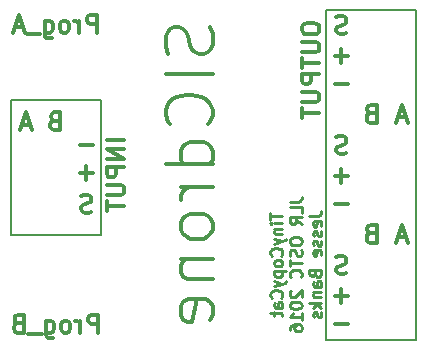
<source format=gbo>
G04 #@! TF.FileFunction,Legend,Bot*
%FSLAX46Y46*%
G04 Gerber Fmt 4.6, Leading zero omitted, Abs format (unit mm)*
G04 Created by KiCad (PCBNEW 4.0.2-stable) date 4/28/2016 9:51:21 AM*
%MOMM*%
G01*
G04 APERTURE LIST*
%ADD10C,0.100000*%
%ADD11C,0.200000*%
%ADD12C,0.300000*%
%ADD13C,0.250000*%
G04 APERTURE END LIST*
D10*
D11*
X107950000Y-106680000D02*
X115570000Y-106680000D01*
X115570000Y-95250000D02*
X107950000Y-95250000D01*
D12*
X124809048Y-89123810D02*
X124999524Y-89695238D01*
X124999524Y-90647619D01*
X124809048Y-91028572D01*
X124618571Y-91219048D01*
X124237619Y-91409524D01*
X123856667Y-91409524D01*
X123475714Y-91219048D01*
X123285238Y-91028572D01*
X123094762Y-90647619D01*
X122904286Y-89885715D01*
X122713810Y-89504762D01*
X122523333Y-89314286D01*
X122142381Y-89123810D01*
X121761429Y-89123810D01*
X121380476Y-89314286D01*
X121190000Y-89504762D01*
X120999524Y-89885715D01*
X120999524Y-90838095D01*
X121190000Y-91409524D01*
X124999524Y-93123810D02*
X120999524Y-93123810D01*
X124618571Y-97314286D02*
X124809048Y-97123810D01*
X124999524Y-96552381D01*
X124999524Y-96171429D01*
X124809048Y-95600001D01*
X124428095Y-95219048D01*
X124047143Y-95028572D01*
X123285238Y-94838096D01*
X122713810Y-94838096D01*
X121951905Y-95028572D01*
X121570952Y-95219048D01*
X121190000Y-95600001D01*
X120999524Y-96171429D01*
X120999524Y-96552381D01*
X121190000Y-97123810D01*
X121380476Y-97314286D01*
X124999524Y-100742858D02*
X120999524Y-100742858D01*
X124809048Y-100742858D02*
X124999524Y-100361905D01*
X124999524Y-99600001D01*
X124809048Y-99219048D01*
X124618571Y-99028572D01*
X124237619Y-98838096D01*
X123094762Y-98838096D01*
X122713810Y-99028572D01*
X122523333Y-99219048D01*
X122332857Y-99600001D01*
X122332857Y-100361905D01*
X122523333Y-100742858D01*
X124999524Y-102647620D02*
X122332857Y-102647620D01*
X123094762Y-102647620D02*
X122713810Y-102838096D01*
X122523333Y-103028572D01*
X122332857Y-103409525D01*
X122332857Y-103790477D01*
X124999524Y-105695239D02*
X124809048Y-105314286D01*
X124618571Y-105123810D01*
X124237619Y-104933334D01*
X123094762Y-104933334D01*
X122713810Y-105123810D01*
X122523333Y-105314286D01*
X122332857Y-105695239D01*
X122332857Y-106266667D01*
X122523333Y-106647619D01*
X122713810Y-106838096D01*
X123094762Y-107028572D01*
X124237619Y-107028572D01*
X124618571Y-106838096D01*
X124809048Y-106647619D01*
X124999524Y-106266667D01*
X124999524Y-105695239D01*
X122332857Y-108742858D02*
X124999524Y-108742858D01*
X122713810Y-108742858D02*
X122523333Y-108933334D01*
X122332857Y-109314287D01*
X122332857Y-109885715D01*
X122523333Y-110266667D01*
X122904286Y-110457144D01*
X124999524Y-110457144D01*
X124809048Y-113885715D02*
X124999524Y-113504763D01*
X124999524Y-112742858D01*
X124809048Y-112361906D01*
X124428095Y-112171430D01*
X122904286Y-112171430D01*
X122523333Y-112361906D01*
X122332857Y-112742858D01*
X122332857Y-113504763D01*
X122523333Y-113885715D01*
X122904286Y-114076192D01*
X123285238Y-114076192D01*
X123666190Y-112171430D01*
D13*
X129882381Y-104839047D02*
X129882381Y-105410476D01*
X130882381Y-105124761D02*
X129882381Y-105124761D01*
X130882381Y-105743809D02*
X130215714Y-105743809D01*
X129882381Y-105743809D02*
X129930000Y-105696190D01*
X129977619Y-105743809D01*
X129930000Y-105791428D01*
X129882381Y-105743809D01*
X129977619Y-105743809D01*
X130215714Y-106219999D02*
X130882381Y-106219999D01*
X130310952Y-106219999D02*
X130263333Y-106267618D01*
X130215714Y-106362856D01*
X130215714Y-106505714D01*
X130263333Y-106600952D01*
X130358571Y-106648571D01*
X130882381Y-106648571D01*
X130215714Y-107029523D02*
X130882381Y-107267618D01*
X130215714Y-107505714D02*
X130882381Y-107267618D01*
X131120476Y-107172380D01*
X131168095Y-107124761D01*
X131215714Y-107029523D01*
X130787143Y-108458095D02*
X130834762Y-108410476D01*
X130882381Y-108267619D01*
X130882381Y-108172381D01*
X130834762Y-108029523D01*
X130739524Y-107934285D01*
X130644286Y-107886666D01*
X130453810Y-107839047D01*
X130310952Y-107839047D01*
X130120476Y-107886666D01*
X130025238Y-107934285D01*
X129930000Y-108029523D01*
X129882381Y-108172381D01*
X129882381Y-108267619D01*
X129930000Y-108410476D01*
X129977619Y-108458095D01*
X130882381Y-109029523D02*
X130834762Y-108934285D01*
X130787143Y-108886666D01*
X130691905Y-108839047D01*
X130406190Y-108839047D01*
X130310952Y-108886666D01*
X130263333Y-108934285D01*
X130215714Y-109029523D01*
X130215714Y-109172381D01*
X130263333Y-109267619D01*
X130310952Y-109315238D01*
X130406190Y-109362857D01*
X130691905Y-109362857D01*
X130787143Y-109315238D01*
X130834762Y-109267619D01*
X130882381Y-109172381D01*
X130882381Y-109029523D01*
X130215714Y-109791428D02*
X131215714Y-109791428D01*
X130263333Y-109791428D02*
X130215714Y-109886666D01*
X130215714Y-110077143D01*
X130263333Y-110172381D01*
X130310952Y-110220000D01*
X130406190Y-110267619D01*
X130691905Y-110267619D01*
X130787143Y-110220000D01*
X130834762Y-110172381D01*
X130882381Y-110077143D01*
X130882381Y-109886666D01*
X130834762Y-109791428D01*
X130215714Y-110600952D02*
X130882381Y-110839047D01*
X130215714Y-111077143D02*
X130882381Y-110839047D01*
X131120476Y-110743809D01*
X131168095Y-110696190D01*
X131215714Y-110600952D01*
X130787143Y-112029524D02*
X130834762Y-111981905D01*
X130882381Y-111839048D01*
X130882381Y-111743810D01*
X130834762Y-111600952D01*
X130739524Y-111505714D01*
X130644286Y-111458095D01*
X130453810Y-111410476D01*
X130310952Y-111410476D01*
X130120476Y-111458095D01*
X130025238Y-111505714D01*
X129930000Y-111600952D01*
X129882381Y-111743810D01*
X129882381Y-111839048D01*
X129930000Y-111981905D01*
X129977619Y-112029524D01*
X130882381Y-112886667D02*
X130358571Y-112886667D01*
X130263333Y-112839048D01*
X130215714Y-112743810D01*
X130215714Y-112553333D01*
X130263333Y-112458095D01*
X130834762Y-112886667D02*
X130882381Y-112791429D01*
X130882381Y-112553333D01*
X130834762Y-112458095D01*
X130739524Y-112410476D01*
X130644286Y-112410476D01*
X130549048Y-112458095D01*
X130501429Y-112553333D01*
X130501429Y-112791429D01*
X130453810Y-112886667D01*
X130215714Y-113220000D02*
X130215714Y-113600952D01*
X129882381Y-113362857D02*
X130739524Y-113362857D01*
X130834762Y-113410476D01*
X130882381Y-113505714D01*
X130882381Y-113600952D01*
X131532381Y-103910476D02*
X132246667Y-103910476D01*
X132389524Y-103862856D01*
X132484762Y-103767618D01*
X132532381Y-103624761D01*
X132532381Y-103529523D01*
X132532381Y-104862857D02*
X132532381Y-104386666D01*
X131532381Y-104386666D01*
X132532381Y-105767619D02*
X132056190Y-105434285D01*
X132532381Y-105196190D02*
X131532381Y-105196190D01*
X131532381Y-105577143D01*
X131580000Y-105672381D01*
X131627619Y-105720000D01*
X131722857Y-105767619D01*
X131865714Y-105767619D01*
X131960952Y-105720000D01*
X132008571Y-105672381D01*
X132056190Y-105577143D01*
X132056190Y-105196190D01*
X131532381Y-107148571D02*
X131532381Y-107339048D01*
X131580000Y-107434286D01*
X131675238Y-107529524D01*
X131865714Y-107577143D01*
X132199048Y-107577143D01*
X132389524Y-107529524D01*
X132484762Y-107434286D01*
X132532381Y-107339048D01*
X132532381Y-107148571D01*
X132484762Y-107053333D01*
X132389524Y-106958095D01*
X132199048Y-106910476D01*
X131865714Y-106910476D01*
X131675238Y-106958095D01*
X131580000Y-107053333D01*
X131532381Y-107148571D01*
X132484762Y-107958095D02*
X132532381Y-108100952D01*
X132532381Y-108339048D01*
X132484762Y-108434286D01*
X132437143Y-108481905D01*
X132341905Y-108529524D01*
X132246667Y-108529524D01*
X132151429Y-108481905D01*
X132103810Y-108434286D01*
X132056190Y-108339048D01*
X132008571Y-108148571D01*
X131960952Y-108053333D01*
X131913333Y-108005714D01*
X131818095Y-107958095D01*
X131722857Y-107958095D01*
X131627619Y-108005714D01*
X131580000Y-108053333D01*
X131532381Y-108148571D01*
X131532381Y-108386667D01*
X131580000Y-108529524D01*
X131532381Y-108815238D02*
X131532381Y-109386667D01*
X132532381Y-109100952D02*
X131532381Y-109100952D01*
X132437143Y-110291429D02*
X132484762Y-110243810D01*
X132532381Y-110100953D01*
X132532381Y-110005715D01*
X132484762Y-109862857D01*
X132389524Y-109767619D01*
X132294286Y-109720000D01*
X132103810Y-109672381D01*
X131960952Y-109672381D01*
X131770476Y-109720000D01*
X131675238Y-109767619D01*
X131580000Y-109862857D01*
X131532381Y-110005715D01*
X131532381Y-110100953D01*
X131580000Y-110243810D01*
X131627619Y-110291429D01*
X131627619Y-111434286D02*
X131580000Y-111481905D01*
X131532381Y-111577143D01*
X131532381Y-111815239D01*
X131580000Y-111910477D01*
X131627619Y-111958096D01*
X131722857Y-112005715D01*
X131818095Y-112005715D01*
X131960952Y-111958096D01*
X132532381Y-111386667D01*
X132532381Y-112005715D01*
X131532381Y-112624762D02*
X131532381Y-112720001D01*
X131580000Y-112815239D01*
X131627619Y-112862858D01*
X131722857Y-112910477D01*
X131913333Y-112958096D01*
X132151429Y-112958096D01*
X132341905Y-112910477D01*
X132437143Y-112862858D01*
X132484762Y-112815239D01*
X132532381Y-112720001D01*
X132532381Y-112624762D01*
X132484762Y-112529524D01*
X132437143Y-112481905D01*
X132341905Y-112434286D01*
X132151429Y-112386667D01*
X131913333Y-112386667D01*
X131722857Y-112434286D01*
X131627619Y-112481905D01*
X131580000Y-112529524D01*
X131532381Y-112624762D01*
X132532381Y-113910477D02*
X132532381Y-113339048D01*
X132532381Y-113624762D02*
X131532381Y-113624762D01*
X131675238Y-113529524D01*
X131770476Y-113434286D01*
X131818095Y-113339048D01*
X131532381Y-114767620D02*
X131532381Y-114577143D01*
X131580000Y-114481905D01*
X131627619Y-114434286D01*
X131770476Y-114339048D01*
X131960952Y-114291429D01*
X132341905Y-114291429D01*
X132437143Y-114339048D01*
X132484762Y-114386667D01*
X132532381Y-114481905D01*
X132532381Y-114672382D01*
X132484762Y-114767620D01*
X132437143Y-114815239D01*
X132341905Y-114862858D01*
X132103810Y-114862858D01*
X132008571Y-114815239D01*
X131960952Y-114767620D01*
X131913333Y-114672382D01*
X131913333Y-114481905D01*
X131960952Y-114386667D01*
X132008571Y-114339048D01*
X132103810Y-114291429D01*
X133182381Y-105100952D02*
X133896667Y-105100952D01*
X134039524Y-105053332D01*
X134134762Y-104958094D01*
X134182381Y-104815237D01*
X134182381Y-104719999D01*
X134134762Y-105958095D02*
X134182381Y-105862857D01*
X134182381Y-105672380D01*
X134134762Y-105577142D01*
X134039524Y-105529523D01*
X133658571Y-105529523D01*
X133563333Y-105577142D01*
X133515714Y-105672380D01*
X133515714Y-105862857D01*
X133563333Y-105958095D01*
X133658571Y-106005714D01*
X133753810Y-106005714D01*
X133849048Y-105529523D01*
X134134762Y-106386666D02*
X134182381Y-106481904D01*
X134182381Y-106672380D01*
X134134762Y-106767619D01*
X134039524Y-106815238D01*
X133991905Y-106815238D01*
X133896667Y-106767619D01*
X133849048Y-106672380D01*
X133849048Y-106529523D01*
X133801429Y-106434285D01*
X133706190Y-106386666D01*
X133658571Y-106386666D01*
X133563333Y-106434285D01*
X133515714Y-106529523D01*
X133515714Y-106672380D01*
X133563333Y-106767619D01*
X134134762Y-107196190D02*
X134182381Y-107291428D01*
X134182381Y-107481904D01*
X134134762Y-107577143D01*
X134039524Y-107624762D01*
X133991905Y-107624762D01*
X133896667Y-107577143D01*
X133849048Y-107481904D01*
X133849048Y-107339047D01*
X133801429Y-107243809D01*
X133706190Y-107196190D01*
X133658571Y-107196190D01*
X133563333Y-107243809D01*
X133515714Y-107339047D01*
X133515714Y-107481904D01*
X133563333Y-107577143D01*
X134134762Y-108434286D02*
X134182381Y-108339048D01*
X134182381Y-108148571D01*
X134134762Y-108053333D01*
X134039524Y-108005714D01*
X133658571Y-108005714D01*
X133563333Y-108053333D01*
X133515714Y-108148571D01*
X133515714Y-108339048D01*
X133563333Y-108434286D01*
X133658571Y-108481905D01*
X133753810Y-108481905D01*
X133849048Y-108005714D01*
X133658571Y-110005715D02*
X133706190Y-110148572D01*
X133753810Y-110196191D01*
X133849048Y-110243810D01*
X133991905Y-110243810D01*
X134087143Y-110196191D01*
X134134762Y-110148572D01*
X134182381Y-110053334D01*
X134182381Y-109672381D01*
X133182381Y-109672381D01*
X133182381Y-110005715D01*
X133230000Y-110100953D01*
X133277619Y-110148572D01*
X133372857Y-110196191D01*
X133468095Y-110196191D01*
X133563333Y-110148572D01*
X133610952Y-110100953D01*
X133658571Y-110005715D01*
X133658571Y-109672381D01*
X134182381Y-111100953D02*
X133658571Y-111100953D01*
X133563333Y-111053334D01*
X133515714Y-110958096D01*
X133515714Y-110767619D01*
X133563333Y-110672381D01*
X134134762Y-111100953D02*
X134182381Y-111005715D01*
X134182381Y-110767619D01*
X134134762Y-110672381D01*
X134039524Y-110624762D01*
X133944286Y-110624762D01*
X133849048Y-110672381D01*
X133801429Y-110767619D01*
X133801429Y-111005715D01*
X133753810Y-111100953D01*
X133515714Y-111577143D02*
X134182381Y-111577143D01*
X133610952Y-111577143D02*
X133563333Y-111624762D01*
X133515714Y-111720000D01*
X133515714Y-111862858D01*
X133563333Y-111958096D01*
X133658571Y-112005715D01*
X134182381Y-112005715D01*
X134182381Y-112481905D02*
X133182381Y-112481905D01*
X133801429Y-112577143D02*
X134182381Y-112862858D01*
X133515714Y-112862858D02*
X133896667Y-112481905D01*
X134134762Y-113243810D02*
X134182381Y-113339048D01*
X134182381Y-113529524D01*
X134134762Y-113624763D01*
X134039524Y-113672382D01*
X133991905Y-113672382D01*
X133896667Y-113624763D01*
X133849048Y-113529524D01*
X133849048Y-113386667D01*
X133801429Y-113291429D01*
X133706190Y-113243810D01*
X133658571Y-113243810D01*
X133563333Y-113291429D01*
X133515714Y-113386667D01*
X133515714Y-113529524D01*
X133563333Y-113624763D01*
D11*
X142240000Y-115570000D02*
X142240000Y-87630000D01*
X134620000Y-115570000D02*
X142240000Y-115570000D01*
X134620000Y-87630000D02*
X134620000Y-115570000D01*
X142240000Y-87630000D02*
X134620000Y-87630000D01*
X115570000Y-106680000D02*
X115570000Y-95250000D01*
X107950000Y-95250000D02*
X107950000Y-106680000D01*
D12*
X132528571Y-89102857D02*
X132528571Y-89388571D01*
X132600000Y-89531429D01*
X132742857Y-89674286D01*
X133028571Y-89745714D01*
X133528571Y-89745714D01*
X133814286Y-89674286D01*
X133957143Y-89531429D01*
X134028571Y-89388571D01*
X134028571Y-89102857D01*
X133957143Y-88960000D01*
X133814286Y-88817143D01*
X133528571Y-88745714D01*
X133028571Y-88745714D01*
X132742857Y-88817143D01*
X132600000Y-88960000D01*
X132528571Y-89102857D01*
X132528571Y-90388572D02*
X133742857Y-90388572D01*
X133885714Y-90460000D01*
X133957143Y-90531429D01*
X134028571Y-90674286D01*
X134028571Y-90960000D01*
X133957143Y-91102858D01*
X133885714Y-91174286D01*
X133742857Y-91245715D01*
X132528571Y-91245715D01*
X132528571Y-91745715D02*
X132528571Y-92602858D01*
X134028571Y-92174287D02*
X132528571Y-92174287D01*
X134028571Y-93102858D02*
X132528571Y-93102858D01*
X132528571Y-93674286D01*
X132600000Y-93817144D01*
X132671429Y-93888572D01*
X132814286Y-93960001D01*
X133028571Y-93960001D01*
X133171429Y-93888572D01*
X133242857Y-93817144D01*
X133314286Y-93674286D01*
X133314286Y-93102858D01*
X132528571Y-94602858D02*
X133742857Y-94602858D01*
X133885714Y-94674286D01*
X133957143Y-94745715D01*
X134028571Y-94888572D01*
X134028571Y-95174286D01*
X133957143Y-95317144D01*
X133885714Y-95388572D01*
X133742857Y-95460001D01*
X132528571Y-95460001D01*
X132528571Y-95960001D02*
X132528571Y-96817144D01*
X134028571Y-96388573D02*
X132528571Y-96388573D01*
X117518571Y-98707143D02*
X116018571Y-98707143D01*
X117518571Y-99421429D02*
X116018571Y-99421429D01*
X117518571Y-100278572D01*
X116018571Y-100278572D01*
X117518571Y-100992858D02*
X116018571Y-100992858D01*
X116018571Y-101564286D01*
X116090000Y-101707144D01*
X116161429Y-101778572D01*
X116304286Y-101850001D01*
X116518571Y-101850001D01*
X116661429Y-101778572D01*
X116732857Y-101707144D01*
X116804286Y-101564286D01*
X116804286Y-100992858D01*
X116018571Y-102492858D02*
X117232857Y-102492858D01*
X117375714Y-102564286D01*
X117447143Y-102635715D01*
X117518571Y-102778572D01*
X117518571Y-103064286D01*
X117447143Y-103207144D01*
X117375714Y-103278572D01*
X117232857Y-103350001D01*
X116018571Y-103350001D01*
X116018571Y-103850001D02*
X116018571Y-104707144D01*
X117518571Y-104278573D02*
X116018571Y-104278573D01*
X115295714Y-114978571D02*
X115295714Y-113478571D01*
X114724286Y-113478571D01*
X114581428Y-113550000D01*
X114510000Y-113621429D01*
X114438571Y-113764286D01*
X114438571Y-113978571D01*
X114510000Y-114121429D01*
X114581428Y-114192857D01*
X114724286Y-114264286D01*
X115295714Y-114264286D01*
X113795714Y-114978571D02*
X113795714Y-113978571D01*
X113795714Y-114264286D02*
X113724286Y-114121429D01*
X113652857Y-114050000D01*
X113510000Y-113978571D01*
X113367143Y-113978571D01*
X112652857Y-114978571D02*
X112795715Y-114907143D01*
X112867143Y-114835714D01*
X112938572Y-114692857D01*
X112938572Y-114264286D01*
X112867143Y-114121429D01*
X112795715Y-114050000D01*
X112652857Y-113978571D01*
X112438572Y-113978571D01*
X112295715Y-114050000D01*
X112224286Y-114121429D01*
X112152857Y-114264286D01*
X112152857Y-114692857D01*
X112224286Y-114835714D01*
X112295715Y-114907143D01*
X112438572Y-114978571D01*
X112652857Y-114978571D01*
X110867143Y-113978571D02*
X110867143Y-115192857D01*
X110938572Y-115335714D01*
X111010000Y-115407143D01*
X111152857Y-115478571D01*
X111367143Y-115478571D01*
X111510000Y-115407143D01*
X110867143Y-114907143D02*
X111010000Y-114978571D01*
X111295714Y-114978571D01*
X111438572Y-114907143D01*
X111510000Y-114835714D01*
X111581429Y-114692857D01*
X111581429Y-114264286D01*
X111510000Y-114121429D01*
X111438572Y-114050000D01*
X111295714Y-113978571D01*
X111010000Y-113978571D01*
X110867143Y-114050000D01*
X110510000Y-115121429D02*
X109367143Y-115121429D01*
X108510000Y-114192857D02*
X108295714Y-114264286D01*
X108224286Y-114335714D01*
X108152857Y-114478571D01*
X108152857Y-114692857D01*
X108224286Y-114835714D01*
X108295714Y-114907143D01*
X108438572Y-114978571D01*
X109010000Y-114978571D01*
X109010000Y-113478571D01*
X108510000Y-113478571D01*
X108367143Y-113550000D01*
X108295714Y-113621429D01*
X108224286Y-113764286D01*
X108224286Y-113907143D01*
X108295714Y-114050000D01*
X108367143Y-114121429D01*
X108510000Y-114192857D01*
X109010000Y-114192857D01*
X115188571Y-89578571D02*
X115188571Y-88078571D01*
X114617143Y-88078571D01*
X114474285Y-88150000D01*
X114402857Y-88221429D01*
X114331428Y-88364286D01*
X114331428Y-88578571D01*
X114402857Y-88721429D01*
X114474285Y-88792857D01*
X114617143Y-88864286D01*
X115188571Y-88864286D01*
X113688571Y-89578571D02*
X113688571Y-88578571D01*
X113688571Y-88864286D02*
X113617143Y-88721429D01*
X113545714Y-88650000D01*
X113402857Y-88578571D01*
X113260000Y-88578571D01*
X112545714Y-89578571D02*
X112688572Y-89507143D01*
X112760000Y-89435714D01*
X112831429Y-89292857D01*
X112831429Y-88864286D01*
X112760000Y-88721429D01*
X112688572Y-88650000D01*
X112545714Y-88578571D01*
X112331429Y-88578571D01*
X112188572Y-88650000D01*
X112117143Y-88721429D01*
X112045714Y-88864286D01*
X112045714Y-89292857D01*
X112117143Y-89435714D01*
X112188572Y-89507143D01*
X112331429Y-89578571D01*
X112545714Y-89578571D01*
X110760000Y-88578571D02*
X110760000Y-89792857D01*
X110831429Y-89935714D01*
X110902857Y-90007143D01*
X111045714Y-90078571D01*
X111260000Y-90078571D01*
X111402857Y-90007143D01*
X110760000Y-89507143D02*
X110902857Y-89578571D01*
X111188571Y-89578571D01*
X111331429Y-89507143D01*
X111402857Y-89435714D01*
X111474286Y-89292857D01*
X111474286Y-88864286D01*
X111402857Y-88721429D01*
X111331429Y-88650000D01*
X111188571Y-88578571D01*
X110902857Y-88578571D01*
X110760000Y-88650000D01*
X110402857Y-89721429D02*
X109260000Y-89721429D01*
X108974286Y-89150000D02*
X108260000Y-89150000D01*
X109117143Y-89578571D02*
X108617143Y-88078571D01*
X108117143Y-89578571D01*
X111597142Y-97047857D02*
X111382856Y-97119286D01*
X111311428Y-97190714D01*
X111239999Y-97333571D01*
X111239999Y-97547857D01*
X111311428Y-97690714D01*
X111382856Y-97762143D01*
X111525714Y-97833571D01*
X112097142Y-97833571D01*
X112097142Y-96333571D01*
X111597142Y-96333571D01*
X111454285Y-96405000D01*
X111382856Y-96476429D01*
X111311428Y-96619286D01*
X111311428Y-96762143D01*
X111382856Y-96905000D01*
X111454285Y-96976429D01*
X111597142Y-97047857D01*
X112097142Y-97047857D01*
X109525714Y-97405000D02*
X108811428Y-97405000D01*
X109668571Y-97833571D02*
X109168571Y-96333571D01*
X108668571Y-97833571D01*
X141378571Y-96770000D02*
X140664285Y-96770000D01*
X141521428Y-97198571D02*
X141021428Y-95698571D01*
X140521428Y-97198571D01*
X138378571Y-96412857D02*
X138164285Y-96484286D01*
X138092857Y-96555714D01*
X138021428Y-96698571D01*
X138021428Y-96912857D01*
X138092857Y-97055714D01*
X138164285Y-97127143D01*
X138307143Y-97198571D01*
X138878571Y-97198571D01*
X138878571Y-95698571D01*
X138378571Y-95698571D01*
X138235714Y-95770000D01*
X138164285Y-95841429D01*
X138092857Y-95984286D01*
X138092857Y-96127143D01*
X138164285Y-96270000D01*
X138235714Y-96341429D01*
X138378571Y-96412857D01*
X138878571Y-96412857D01*
X141378571Y-106930000D02*
X140664285Y-106930000D01*
X141521428Y-107358571D02*
X141021428Y-105858571D01*
X140521428Y-107358571D01*
X138378571Y-106572857D02*
X138164285Y-106644286D01*
X138092857Y-106715714D01*
X138021428Y-106858571D01*
X138021428Y-107072857D01*
X138092857Y-107215714D01*
X138164285Y-107287143D01*
X138307143Y-107358571D01*
X138878571Y-107358571D01*
X138878571Y-105858571D01*
X138378571Y-105858571D01*
X138235714Y-105930000D01*
X138164285Y-106001429D01*
X138092857Y-106144286D01*
X138092857Y-106287143D01*
X138164285Y-106430000D01*
X138235714Y-106501429D01*
X138378571Y-106572857D01*
X138878571Y-106572857D01*
X113871429Y-103392857D02*
X114085715Y-103321429D01*
X114442858Y-103321429D01*
X114585715Y-103392857D01*
X114657144Y-103464286D01*
X114728572Y-103607143D01*
X114728572Y-103750000D01*
X114657144Y-103892857D01*
X114585715Y-103964286D01*
X114442858Y-104035714D01*
X114157144Y-104107143D01*
X114014286Y-104178571D01*
X113942858Y-104250000D01*
X113871429Y-104392857D01*
X113871429Y-104535714D01*
X113942858Y-104678571D01*
X114014286Y-104750000D01*
X114157144Y-104821429D01*
X114514286Y-104821429D01*
X114728572Y-104750000D01*
X113728572Y-101492857D02*
X114871429Y-101492857D01*
X114300000Y-100921429D02*
X114300000Y-102064286D01*
X113728572Y-99092857D02*
X114871429Y-99092857D01*
X136318571Y-109967143D02*
X136104285Y-110038571D01*
X135747142Y-110038571D01*
X135604285Y-109967143D01*
X135532856Y-109895714D01*
X135461428Y-109752857D01*
X135461428Y-109610000D01*
X135532856Y-109467143D01*
X135604285Y-109395714D01*
X135747142Y-109324286D01*
X136032856Y-109252857D01*
X136175714Y-109181429D01*
X136247142Y-109110000D01*
X136318571Y-108967143D01*
X136318571Y-108824286D01*
X136247142Y-108681429D01*
X136175714Y-108610000D01*
X136032856Y-108538571D01*
X135675714Y-108538571D01*
X135461428Y-108610000D01*
X136461428Y-111867143D02*
X135318571Y-111867143D01*
X135890000Y-112438571D02*
X135890000Y-111295714D01*
X136461428Y-114267143D02*
X135318571Y-114267143D01*
X136318571Y-89647143D02*
X136104285Y-89718571D01*
X135747142Y-89718571D01*
X135604285Y-89647143D01*
X135532856Y-89575714D01*
X135461428Y-89432857D01*
X135461428Y-89290000D01*
X135532856Y-89147143D01*
X135604285Y-89075714D01*
X135747142Y-89004286D01*
X136032856Y-88932857D01*
X136175714Y-88861429D01*
X136247142Y-88790000D01*
X136318571Y-88647143D01*
X136318571Y-88504286D01*
X136247142Y-88361429D01*
X136175714Y-88290000D01*
X136032856Y-88218571D01*
X135675714Y-88218571D01*
X135461428Y-88290000D01*
X136461428Y-91547143D02*
X135318571Y-91547143D01*
X135890000Y-92118571D02*
X135890000Y-90975714D01*
X136461428Y-93947143D02*
X135318571Y-93947143D01*
X136318571Y-99807143D02*
X136104285Y-99878571D01*
X135747142Y-99878571D01*
X135604285Y-99807143D01*
X135532856Y-99735714D01*
X135461428Y-99592857D01*
X135461428Y-99450000D01*
X135532856Y-99307143D01*
X135604285Y-99235714D01*
X135747142Y-99164286D01*
X136032856Y-99092857D01*
X136175714Y-99021429D01*
X136247142Y-98950000D01*
X136318571Y-98807143D01*
X136318571Y-98664286D01*
X136247142Y-98521429D01*
X136175714Y-98450000D01*
X136032856Y-98378571D01*
X135675714Y-98378571D01*
X135461428Y-98450000D01*
X136461428Y-101707143D02*
X135318571Y-101707143D01*
X135890000Y-102278571D02*
X135890000Y-101135714D01*
X136461428Y-104107143D02*
X135318571Y-104107143D01*
M02*

</source>
